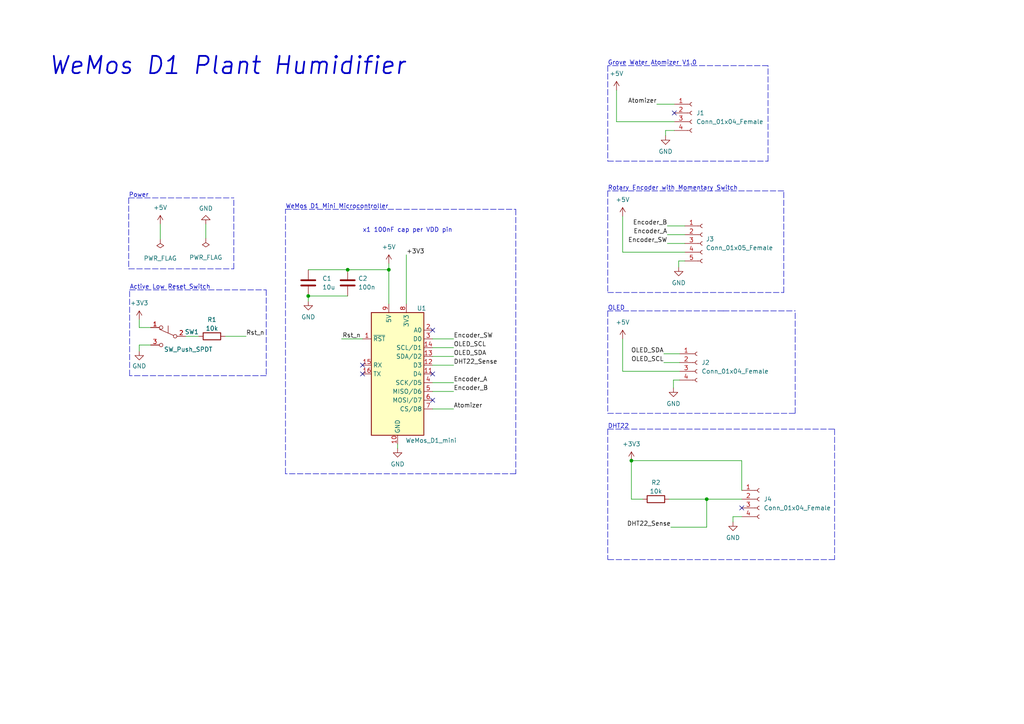
<source format=kicad_sch>
(kicad_sch (version 20211123) (generator eeschema)
  (paper "A4")
  (title_block (title "Plant Humidifier") (date "2023-01-11") (rev "A") (comment 1 "Michael Ly") (comment 2 "Github.com/Michael-Q-Ly"))
  (lib_symbols
    (symbol "Connector:Conn_01x04_Female" (pin_names (offset 1.016) hide)
      (property "Reference" "J" (at 0 5.08 0))
      (property "Value" "Conn_01x04_Female" (at 0 -7.62 0))
      (symbol "Conn_01x04_Female_1_1"
        (arc (start 0 -4.572) (mid -0.508 -5.08) (end 0 -5.588) (stroke (width 0.1524)))
        (arc (start 0 -2.032) (mid -0.508 -2.54) (end 0 -3.048) (stroke (width 0.1524)))
        (polyline (pts (xy -1.27 -5.08) (xy -0.508 -5.08)) (stroke (width 0.1524)))
        (polyline (pts (xy -1.27 -2.54) (xy -0.508 -2.54)) (stroke (width 0.1524)))
        (polyline (pts (xy -1.27 0) (xy -0.508 0)) (stroke (width 0.1524)))
        (polyline (pts (xy -1.27 2.54) (xy -0.508 2.54)) (stroke (width 0.1524)))
        (arc (start 0 0.508) (mid -0.508 0) (end 0 -0.508) (stroke (width 0.1524)))
        (arc (start 0 3.048) (mid -0.508 2.54) (end 0 2.032) (stroke (width 0.1524)))
        (pin passive line (at -5.08 2.54 0) (length 3.81) (name "Pin_1") (number "1"))
        (pin passive line (at -5.08 0 0) (length 3.81) (name "Pin_2") (number "2"))
        (pin passive line (at -5.08 -2.54 0) (length 3.81) (name "Pin_3") (number "3"))
        (pin passive line (at -5.08 -5.08 0) (length 3.81) (name "Pin_4") (number "4"))
      )
    )
    (symbol "Connector:Conn_01x05_Female" (pin_names (offset 1.016) hide)
      (property "Reference" "J" (at 0 7.62 0))
      (property "Value" "Conn_01x05_Female" (at 0 -7.62 0))
      (symbol "Conn_01x05_Female_1_1"
        (arc (start 0 -4.572) (mid -0.508 -5.08) (end 0 -5.588) (stroke (width 0.1524)))
        (arc (start 0 -2.032) (mid -0.508 -2.54) (end 0 -3.048) (stroke (width 0.1524)))
        (polyline (pts (xy -1.27 -5.08) (xy -0.508 -5.08)) (stroke (width 0.1524)))
        (polyline (pts (xy -1.27 -2.54) (xy -0.508 -2.54)) (stroke (width 0.1524)))
        (polyline (pts (xy -1.27 0) (xy -0.508 0)) (stroke (width 0.1524)))
        (polyline (pts (xy -1.27 2.54) (xy -0.508 2.54)) (stroke (width 0.1524)))
        (polyline (pts (xy -1.27 5.08) (xy -0.508 5.08)) (stroke (width 0.1524)))
        (arc (start 0 0.508) (mid -0.508 0) (end 0 -0.508) (stroke (width 0.1524)))
        (arc (start 0 3.048) (mid -0.508 2.54) (end 0 2.032) (stroke (width 0.1524)))
        (arc (start 0 5.588) (mid -0.508 5.08) (end 0 4.572) (stroke (width 0.1524)))
        (pin passive line (at -5.08 5.08 0) (length 3.81) (name "Pin_1") (number "1"))
        (pin passive line (at -5.08 2.54 0) (length 3.81) (name "Pin_2") (number "2"))
        (pin passive line (at -5.08 0 0) (length 3.81) (name "Pin_3") (number "3"))
        (pin passive line (at -5.08 -2.54 0) (length 3.81) (name "Pin_4") (number "4"))
        (pin passive line (at -5.08 -5.08 0) (length 3.81) (name "Pin_5") (number "5"))
      )
    )
    (symbol "Device:C" (pin_numbers hide) (pin_names (offset 0.254))
      (property "Reference" "C" (at 0.635 2.54 0))
      (property "Value" "C" (at 0.635 -2.54 0))
      (symbol "C_0_1"
        (polyline (pts (xy -2.032 -0.762) (xy 2.032 -0.762)) (stroke (width 0.508)))
        (polyline (pts (xy -2.032 0.762) (xy 2.032 0.762)) (stroke (width 0.508)))
      )
      (symbol "C_1_1"
        (pin passive line (at 0 3.81 270) (length 2.794) (name "~") (number "1"))
        (pin passive line (at 0 -3.81 90) (length 2.794) (name "~") (number "2"))
      )
    )
    (symbol "Device:R" (pin_numbers hide) (pin_names (offset 0))
      (property "Reference" "R" (at 2.032 0 90))
      (property "Value" "R" (at 0 0 90))
      (symbol "R_0_1"
        (rectangle (start -1.016 -2.54) (end 1.016 2.54) (stroke (width 0.254)))
      )
      (symbol "R_1_1"
        (pin passive line (at 0 3.81 270) (length 1.27) (name "~") (number "1"))
        (pin passive line (at 0 -3.81 90) (length 1.27) (name "~") (number "2"))
      )
    )
    (symbol "MCU_Module:WeMos_D1_mini"
      (property "Reference" "U" (at 3.81 19.05 0))
      (property "Value" "WeMos_D1_mini" (at 1.27 -19.05 0))
      (symbol "WeMos_D1_mini_1_1"
        (rectangle (start -7.62 17.78) (end 7.62 -17.78) (stroke (width 0.254)) (fill (type background)))
        (pin input line (at -10.16 10.16 0) (length 2.54) (name "~{RST}") (number "1"))
        (pin power_in line (at 0 -20.32 90) (length 2.54) (name "GND") (number "10"))
        (pin bidirectional line (at 10.16 0 180) (length 2.54) (name "D4") (number "11"))
        (pin bidirectional line (at 10.16 2.54 180) (length 2.54) (name "D3") (number "12"))
        (pin bidirectional line (at 10.16 5.08 180) (length 2.54) (name "SDA/D2") (number "13"))
        (pin bidirectional line (at 10.16 7.62 180) (length 2.54) (name "SCL/D1") (number "14"))
        (pin input line (at -10.16 2.54 0) (length 2.54) (name "RX") (number "15"))
        (pin output line (at -10.16 0 0) (length 2.54) (name "TX") (number "16"))
        (pin input line (at 10.16 12.7 180) (length 2.54) (name "A0") (number "2"))
        (pin bidirectional line (at 10.16 10.16 180) (length 2.54) (name "D0") (number "3"))
        (pin bidirectional line (at 10.16 -2.54 180) (length 2.54) (name "SCK/D5") (number "4"))
        (pin bidirectional line (at 10.16 -5.08 180) (length 2.54) (name "MISO/D6") (number "5"))
        (pin bidirectional line (at 10.16 -7.62 180) (length 2.54) (name "MOSI/D7") (number "6"))
        (pin bidirectional line (at 10.16 -10.16 180) (length 2.54) (name "CS/D8") (number "7"))
        (pin power_out line (at 2.54 20.32 270) (length 2.54) (name "3V3") (number "8"))
        (pin power_in line (at -2.54 20.32 270) (length 2.54) (name "5V") (number "9"))
      )
    )
    (symbol "Switch:SW_Push_SPDT" (pin_names (offset 0) hide)
      (property "Reference" "SW" (at 0 4.318 0))
      (property "Value" "SW_Push_SPDT" (at 0 -5.08 0))
      (symbol "SW_Push_SPDT_0_0"
        (circle (center -2.032 0) (radius 0.508))
        (polyline (pts (xy 0 1.016) (xy 0 3.048)))
        (circle (center 2.032 -2.54) (radius 0.508))
      )
      (symbol "SW_Push_SPDT_0_1"
        (polyline (pts (xy -1.524 0.254) (xy 2.54 2.032)))
        (circle (center 2.032 2.54) (radius 0.508))
      )
      (symbol "SW_Push_SPDT_1_1"
        (pin passive line (at 5.08 2.54 180) (length 2.54) (name "A") (number "1"))
        (pin passive line (at -5.08 0 0) (length 2.54) (name "B") (number "2"))
        (pin passive line (at 5.08 -2.54 180) (length 2.54) (name "C") (number "3"))
      )
    )
    (symbol "power:+3V3" (power) (pin_names (offset 0))
      (property "Value" "+3V3" (at 0 3.556 0))
      (symbol "+3V3_0_1"
        (polyline (pts (xy -0.762 1.27) (xy 0 2.54)))
        (polyline (pts (xy 0 0) (xy 0 2.54)))
        (polyline (pts (xy 0 2.54) (xy 0.762 1.27)))
      )
      (symbol "+3V3_1_1"
        (pin power_in line (at 0 0 90) (length 0) hide (name "+3V3") (number "1"))
      )
    )
    (symbol "power:+5V" (power) (pin_names (offset 0))
      (property "Value" "+5V" (at 0 3.556 0))
      (symbol "+5V_0_1"
        (polyline (pts (xy -0.762 1.27) (xy 0 2.54)))
        (polyline (pts (xy 0 0) (xy 0 2.54)))
        (polyline (pts (xy 0 2.54) (xy 0.762 1.27)))
      )
      (symbol "+5V_1_1"
        (pin power_in line (at 0 0 90) (length 0) hide (name "+5V") (number "1"))
      )
    )
    (symbol "power:GND" (power) (pin_names (offset 0))
      (property "Value" "GND" (at 0 -3.81 0))
      (symbol "GND_0_1"
        (polyline (pts (xy 0 0) (xy 0 -1.27) (xy 1.27 -1.27) (xy 0 -2.54) (xy -1.27 -1.27) (xy 0 -1.27)))
      )
      (symbol "GND_1_1"
        (pin power_in line (at 0 0 270) (length 0) hide (name "GND") (number "1"))
      )
    )
    (symbol "power:PWR_FLAG" (power) (pin_numbers hide) (pin_names (offset 0) hide)
      (property "Value" "PWR_FLAG" (at 0 3.81 0))
      (symbol "PWR_FLAG_0_0"
        (pin power_out line (at 0 0 90) (length 0) (name "pwr") (number "1"))
      )
      (symbol "PWR_FLAG_0_1"
        (polyline (pts (xy 0 0) (xy 0 1.27) (xy -1.016 1.905) (xy 0 2.54) (xy 1.016 1.905) (xy 0 1.27)))
      )
    )
  )
  (junction (at 100.838 78.232))
  (junction (at 89.408 85.852))
  (junction (at 183.134 133.604))
  (junction (at 112.776 78.232))
  (junction (at 204.978 144.78))
  (no_connect (at 195.58 32.766))
  (no_connect (at 215.138 147.32))
  (no_connect (at 125.476 116.078))
  (no_connect (at 105.156 105.918))
  (no_connect (at 125.476 108.458))
  (no_connect (at 105.156 108.458))
  (no_connect (at 125.476 95.758))
  (wire (pts (xy 112.776 76.454) (xy 112.776 78.232)))
  (polyline (pts (xy 242.062 124.46) (xy 242.062 162.306)))
  (wire (pts (xy 89.408 85.852) (xy 89.408 87.376)))
  (polyline (pts (xy 37.338 57.404) (xy 67.818 57.404)))
  (wire (pts (xy 215.138 149.86) (xy 212.598 149.86)))
  (polyline (pts (xy 77.216 108.966) (xy 37.592 108.966)))
  (wire (pts (xy 125.476 98.298) (xy 131.572 98.298)))
  (wire (pts (xy 193.04 39.37) (xy 193.04 37.846)))
  (polyline (pts (xy 176.276 124.46) (xy 242.062 124.46)))
  (wire (pts (xy 192.532 105.156) (xy 197.104 105.156)))
  (polyline (pts (xy 176.276 124.46) (xy 176.276 162.306)))
  (polyline (pts (xy 222.758 19.05) (xy 176.276 19.05)))
  (wire (pts (xy 46.482 65.024) (xy 46.482 69.342)))
  (wire (pts (xy 192.532 102.616) (xy 197.104 102.616)))
  (polyline (pts (xy 230.632 119.888) (xy 230.632 90.17)))
  (polyline (pts (xy 77.216 84.074) (xy 77.216 108.966)))
  (polyline (pts (xy 149.606 60.706) (xy 149.606 137.414)))
  (polyline (pts (xy 176.276 19.05) (xy 176.276 46.736)))
  (wire (pts (xy 125.476 110.998) (xy 131.572 110.998)))
  (wire (pts (xy 183.134 133.604) (xy 183.134 144.78)))
  (polyline (pts (xy 242.062 162.306) (xy 176.276 162.306)))
  (wire (pts (xy 190.5 30.226) (xy 195.58 30.226)))
  (wire (pts (xy 125.476 105.918) (xy 131.572 105.918)))
  (polyline (pts (xy 37.338 57.404) (xy 37.338 77.978)))
  (polyline (pts (xy 37.592 84.074) (xy 77.216 84.074)))
  (wire (pts (xy 194.056 144.78) (xy 204.978 144.78)))
  (wire (pts (xy 197.104 107.696) (xy 180.594 107.696)))
  (polyline (pts (xy 176.276 90.17) (xy 176.276 119.888)))
  (wire (pts (xy 193.548 70.612) (xy 198.628 70.612)))
  (wire (pts (xy 204.978 144.78) (xy 204.978 152.908)))
  (polyline (pts (xy 222.758 46.736) (xy 222.758 19.05)))
  (wire (pts (xy 194.564 152.908) (xy 204.978 152.908)))
  (polyline (pts (xy 37.338 77.978) (xy 67.818 77.978)))
  (wire (pts (xy 112.776 78.232) (xy 112.776 88.138)))
  (wire (pts (xy 180.594 98.298) (xy 180.594 107.696)))
  (wire (pts (xy 180.594 73.152) (xy 198.628 73.152)))
  (wire (pts (xy 40.386 101.854) (xy 40.386 100.076)))
  (wire (pts (xy 117.856 73.914) (xy 117.856 88.138)))
  (wire (pts (xy 195.326 110.236) (xy 197.104 110.236)))
  (polyline (pts (xy 176.276 84.836) (xy 227.33 84.836)))
  (polyline (pts (xy 82.804 137.414) (xy 82.804 60.706)))
  (wire (pts (xy 125.476 113.538) (xy 131.572 113.538)))
  (wire (pts (xy 204.978 144.78) (xy 215.138 144.78)))
  (polyline (pts (xy 209.804 90.17) (xy 176.276 90.17)))
  (polyline (pts (xy 176.276 124.46) (xy 176.276 124.714)))
  (wire (pts (xy 115.316 128.778) (xy 115.316 130.048)))
  (wire (pts (xy 195.326 112.522) (xy 195.326 110.236)))
  (wire (pts (xy 212.598 149.86) (xy 212.598 151.384)))
  (wire (pts (xy 40.386 100.076) (xy 43.688 100.076)))
  (wire (pts (xy 89.408 85.852) (xy 100.838 85.852)))
  (wire (pts (xy 65.278 97.536) (xy 71.374 97.536)))
  (wire (pts (xy 53.848 97.536) (xy 57.658 97.536)))
  (wire (pts (xy 40.386 94.996) (xy 43.688 94.996)))
  (polyline (pts (xy 176.276 119.888) (xy 230.632 119.888)))
  (wire (pts (xy 215.138 142.24) (xy 215.138 133.604)))
  (polyline (pts (xy 227.33 55.372) (xy 176.276 55.372)))
  (polyline (pts (xy 209.804 90.17) (xy 230.632 90.17)))
  (wire (pts (xy 196.85 75.692) (xy 198.628 75.692)))
  (wire (pts (xy 125.476 118.618) (xy 131.572 118.618)))
  (polyline (pts (xy 176.276 46.736) (xy 222.758 46.736)))
  (wire (pts (xy 89.408 78.232) (xy 100.838 78.232)))
  (wire (pts (xy 215.138 133.604) (xy 183.134 133.604)))
  (polyline (pts (xy 227.33 84.836) (xy 227.33 55.372)))
  (wire (pts (xy 112.776 78.232) (xy 100.838 78.232)))
  (wire (pts (xy 193.548 68.072) (xy 198.628 68.072)))
  (wire (pts (xy 59.69 65.024) (xy 59.69 69.088)))
  (wire (pts (xy 193.548 65.532) (xy 198.628 65.532)))
  (polyline (pts (xy 149.606 137.414) (xy 82.804 137.414)))
  (wire (pts (xy 178.816 26.162) (xy 178.816 35.306)))
  (wire (pts (xy 125.476 103.378) (xy 131.572 103.378)))
  (wire (pts (xy 193.04 37.846) (xy 195.58 37.846)))
  (polyline (pts (xy 82.804 60.706) (xy 149.606 60.706)))
  (polyline (pts (xy 37.592 108.966) (xy 37.592 84.074)))
  (wire (pts (xy 183.134 144.78) (xy 186.436 144.78)))
  (polyline (pts (xy 67.818 77.978) (xy 67.818 57.404)))
  (wire (pts (xy 99.06 98.298) (xy 105.156 98.298)))
  (wire (pts (xy 196.85 77.47) (xy 196.85 75.692)))
  (polyline (pts (xy 176.276 55.372) (xy 176.276 84.836)))
  (wire (pts (xy 40.386 92.71) (xy 40.386 94.996)))
  (wire (pts (xy 180.594 62.738) (xy 180.594 73.152)))
  (wire (pts (xy 178.816 35.306) (xy 195.58 35.306)))
  (wire (pts (xy 125.476 100.838) (xy 131.572 100.838)))
  (text "x1 100nF cap per VDD pin" (at 105.156 67.564 0) (effects (font (size 1.27 1.27)) (justify left bottom)))
  (text "Rotary Encoder with Momentary Switch" (at 176.276 55.372 0) (effects (font (size 1.27 1.27)) (justify left bottom)))
  (text "OLED" (at 176.276 90.17 0) (effects (font (size 1.27 1.27)) (justify left bottom)))
  (text "DHT22" (at 176.276 124.46 0) (effects (font (size 1.27 1.27)) (justify left bottom)))
  (text "Grove Water Atomizer V1.0" (at 176.276 19.05 0) (effects (font (size 1.27 1.27)) (justify left bottom)))
  (text "WeMos D1 Mini Microcontroller" (at 82.804 60.706 0) (effects (font (size 1.27 1.27)) (justify left bottom)))
  (text "Power" (at 37.338 57.404 0) (effects (font (size 1.27 1.27)) (justify left bottom)))
  (text "Active Low Reset Switch" (at 37.592 84.074 0) (effects (font (size 1.27 1.27)) (justify left bottom)))
  (text "WeMos D1 Plant Humidifier" (at 13.97 22.098 0) (effects (font (size 5 5) (thickness 0.508) bold italic) (justify left bottom)))
  (label "OLED_SDA" (at 131.572 103.378 0))
  (label "DHT22_Sense" (at 131.572 105.918 0))
  (label "Rst_n" (at 71.374 97.536 0))
  (label "Encoder_A" (at 193.548 68.072 180))
  (label "Encoder_B" (at 193.548 65.532 180))
  (label "OLED_SCL" (at 131.572 100.838 0))
  (label "OLED_SCL" (at 192.532 105.156 180))
  (label "+3V3" (at 117.856 73.914 0))
  (label "Rst_n" (at 104.648 98.298 180))
  (label "DHT22_Sense" (at 194.564 152.908 180))
  (label "Atomizer" (at 190.5 30.226 180))
  (label "Atomizer" (at 131.572 118.618 0))
  (label "Encoder_SW" (at 193.548 70.612 180))
  (label "OLED_SDA" (at 192.532 102.616 180))
  (label "Encoder_SW" (at 131.572 98.298 0))
  (label "Encoder_A" (at 131.572 110.998 0))
  (label "Encoder_B" (at 131.572 113.538 0))
  (symbol (lib_id "power:+3V3") (at 40.386 92.71 0) (unit 1)
    (property "Reference" "#PWR0101" (effects hide))
    (property "Value" "+3V3" (at 40.386 87.884 0))
  )
  (symbol (lib_id "Device:C") (at 100.838 82.042 0) (unit 1)
    (property "Reference" "C2" (at 103.886 80.7719 0) (effects (justify left)))
    (property "Value" "100n" (at 103.886 83.3119 0) (effects (justify left)))
    (property "Footprint" "Capacitor_SMD:C_0402_1005Metric" (effects hide))
  )
  (symbol (lib_id "Connector:Conn_01x04_Female") (at 200.66 32.766 0) (unit 1)
    (property "Reference" "J1" (at 201.93 32.7659 0) (effects (justify left)))
    (property "Value" "Conn_01x04_Female" (at 201.93 35.3059 0) (effects (justify left)))
    (property "Footprint" "Connector_JST:JST_EH_B4B-EH-A_1x04_P2.50mm_Vertical" (effects hide))
  )
  (symbol (lib_id "power:GND") (at 59.69 65.024 180) (unit 1)
    (property "Reference" "#PWR0104" (effects hide))
    (property "Value" "GND" (at 57.658 60.452 0) (effects (justify right)))
  )
  (symbol (lib_id "power:+5V") (at 178.816 26.162 0) (unit 1)
    (property "Reference" "#PWR07" (effects hide))
    (property "Value" "+5V" (at 178.816 21.336 0))
  )
  (symbol (lib_id "power:GND") (at 196.85 77.47 0) (unit 1)
    (property "Reference" "#PWR013" (effects hide))
    (property "Value" "GND" (at 196.85 82.042 0))
  )
  (symbol (lib_id "power:GND") (at 89.408 87.376 0) (unit 1)
    (property "Reference" "#PWR02" (effects hide))
    (property "Value" "GND" (at 89.408 91.948 0))
  )
  (symbol (lib_id "power:+5V") (at 180.594 62.738 0) (unit 1)
    (property "Reference" "#PWR08" (effects hide))
    (property "Value" "+5V" (at 180.594 57.912 0))
  )
  (symbol (lib_id "Switch:SW_Push_SPDT") (at 48.768 97.536 0) (mirror y) (unit 1)
    (property "Reference" "SW1" (at 55.626 96.266 0))
    (property "Value" "SW_Push_SPDT" (at 54.61 101.346 0))
    (property "Footprint" "Button_Switch_SMD:SW_SPDT_PCM12" (effects hide))
  )
  (symbol (lib_id "power:GND") (at 40.386 101.854 0) (unit 1)
    (property "Reference" "#PWR01" (effects hide))
    (property "Value" "GND" (at 40.386 106.172 0))
  )
  (symbol (lib_id "Connector:Conn_01x04_Female") (at 202.184 105.156 0) (unit 1)
    (property "Reference" "J2" (at 203.454 105.1559 0) (effects (justify left)))
    (property "Value" "Conn_01x04_Female" (at 203.454 107.6959 0) (effects (justify left)))
    (property "Footprint" "Connector_JST:JST_XH_B4B-XH-A_1x04_P2.50mm_Vertical" (effects hide))
  )
  (symbol (lib_id "power:+5V") (at 112.776 76.454 0) (unit 1)
    (property "Reference" "#PWR03" (effects hide))
    (property "Value" "+5V" (at 112.776 71.628 0))
  )
  (symbol (lib_id "power:+5V") (at 180.594 98.298 0) (unit 1)
    (property "Reference" "#PWR09" (effects hide))
    (property "Value" "+5V" (at 180.594 93.472 0))
  )
  (symbol (lib_id "power:PWR_FLAG") (at 46.482 69.342 180) (unit 1)
    (property "Reference" "#FLG01" (effects hide))
    (property "Value" "PWR_FLAG" (at 46.482 74.93 0))
  )
  (symbol (lib_id "Connector:Conn_01x04_Female") (at 220.218 144.78 0) (unit 1)
    (property "Reference" "J4" (at 221.488 144.7799 0) (effects (justify left)))
    (property "Value" "Conn_01x04_Female" (at 221.488 147.3199 0) (effects (justify left)))
    (property "Footprint" "Connector_JST:JST_XH_B4B-XH-A_1x04_P2.50mm_Vertical" (effects hide))
  )
  (symbol (lib_id "power:GND") (at 193.04 39.37 0) (unit 1)
    (property "Reference" "#PWR011" (effects hide))
    (property "Value" "GND" (at 193.04 43.942 0))
  )
  (symbol (lib_id "power:PWR_FLAG") (at 59.69 69.088 180) (unit 1)
    (property "Reference" "#FLG0102" (effects hide))
    (property "Value" "PWR_FLAG" (at 59.69 74.676 0))
  )
  (symbol (lib_id "power:+5V") (at 46.482 65.024 0) (unit 1)
    (property "Reference" "#PWR0102" (effects hide))
    (property "Value" "+5V" (at 46.482 60.198 0))
  )
  (symbol (lib_id "Device:R") (at 190.246 144.78 90) (unit 1)
    (property "Reference" "R2" (at 190.246 139.954 90))
    (property "Value" "10k" (at 190.246 142.494 90))
    (property "Footprint" "Resistor_SMD:R_0402_1005Metric" (effects hide))
  )
  (symbol (lib_id "Connector:Conn_01x05_Female") (at 203.708 70.612 0) (unit 1)
    (property "Reference" "J3" (at 204.724 69.3419 0) (effects (justify left)))
    (property "Value" "Conn_01x05_Female" (at 204.724 71.8819 0) (effects (justify left)))
    (property "Footprint" "Connector_JST:JST_XH_S5B-XH-A_1x05_P2.50mm_Horizontal" (effects hide))
  )
  (symbol (lib_id "power:+3V3") (at 183.134 133.604 0) (unit 1)
    (property "Reference" "#PWR010" (effects hide))
    (property "Value" "+3V3" (at 183.134 128.778 0))
  )
  (symbol (lib_id "Device:C") (at 89.408 82.042 0) (unit 1)
    (property "Reference" "C1" (at 93.472 80.7719 0) (effects (justify left)))
    (property "Value" "10u" (at 93.472 83.3119 0) (effects (justify left)))
    (property "Footprint" "Capacitor_SMD:C_0603_1608Metric" (effects hide))
  )
  (symbol (lib_id "Device:R") (at 61.468 97.536 90) (unit 1)
    (property "Reference" "R1" (at 61.468 92.71 90))
    (property "Value" "10k" (at 61.468 95.25 90))
    (property "Footprint" "Resistor_SMD:R_0402_1005Metric" (effects hide))
  )
  (symbol (lib_id "power:GND") (at 195.326 112.522 0) (unit 1)
    (property "Reference" "#PWR012" (effects hide))
    (property "Value" "GND" (at 195.326 117.094 0))
  )
  (symbol (lib_id "power:GND") (at 212.598 151.384 0) (unit 1)
    (property "Reference" "#PWR014" (effects hide))
    (property "Value" "GND" (at 212.598 155.956 0))
  )
  (symbol (lib_id "power:GND") (at 115.316 130.048 0) (unit 1)
    (property "Reference" "#PWR04" (effects hide))
    (property "Value" "GND" (at 115.316 134.62 0))
  )
  (symbol (lib_id "MCU_Module:WeMos_D1_mini") (at 115.316 108.458 0) (unit 1)
    (property "Reference" "U1" (at 120.904 89.408 0) (effects (justify left)))
    (property "Value" "WeMos_D1_mini" (at 117.602 127.762 0) (effects (justify left)))
    (property "Footprint" "Module:WEMOS_D1_mini_light" (effects hide))
    (property "Datasheet" "https://wiki.wemos.cc/products:d1:d1_mini#documentation" (effects hide))
  )
)
</source>
